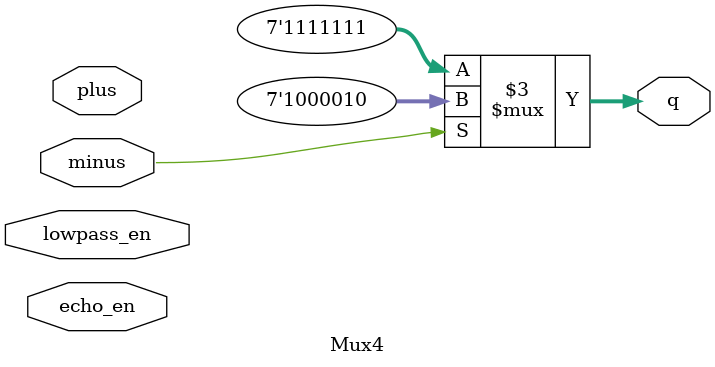
<source format=v>
`timescale 1ns / 1ps
module Mux4(q, echo_en,lowpass_en, plus, minus);

//input[1:0] select;
input echo_en, lowpass_en, plus, minus;
//parameter [6:0] d1 ,d2,d3,d4;
output  reg [6:0]   q;

always @(*)
begin
	
		  if(echo_en) q = 7'b0110000;
		  if(lowpass_en) q = 7'b1110001;
		  if(plus) q = 7'b1101000;
		  if(minus) q = 7'b1000010;
		  else q = 7'b1111111;
       /* 2'b01 :
		  if(echo_en) q = 7'b0110001;
		  else if(lowpass_en) q = 7'b1100010;
		  else if(plus) q = 7'b1111001;
		  else if(minus) q = 7'b1100010;
		  else q = 7'b1111111;
        2'b10 :
		  if(echo_en) q = 7'b1101000;
		  else if(lowpass_en) q = 7'b1100011;
		  else if(plus) q = 7'b0000110;
		  else if(minus) q = 7'b1100011;
		  else q = 7'b1111111;

        2'b11 :
		  if(echo_en) q = 7'b0000001;
		  else if(lowpass_en) q = 7'b1111111;
		  else if(plus) q = 7'b1000001;
		  else if(minus) q = 7'b1101010;
		  else q = 7'b1111111;

      endcase
		*/
end

endmodule

</source>
